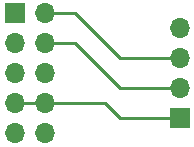
<source format=gbr>
G04 #@! TF.GenerationSoftware,KiCad,Pcbnew,(5.1.5)-2*
G04 #@! TF.CreationDate,2019-12-06T13:47:24+11:00*
G04 #@! TF.ProjectId,SWD-Breakout,5357442d-4272-4656-916b-6f75742e6b69,rev?*
G04 #@! TF.SameCoordinates,Original*
G04 #@! TF.FileFunction,Copper,L1,Top*
G04 #@! TF.FilePolarity,Positive*
%FSLAX46Y46*%
G04 Gerber Fmt 4.6, Leading zero omitted, Abs format (unit mm)*
G04 Created by KiCad (PCBNEW (5.1.5)-2) date 2019-12-06 13:47:24*
%MOMM*%
%LPD*%
G04 APERTURE LIST*
%ADD10O,1.700000X1.700000*%
%ADD11R,1.700000X1.700000*%
%ADD12C,0.250000*%
G04 APERTURE END LIST*
D10*
X149860000Y-77470000D03*
X149860000Y-80010000D03*
X149860000Y-82550000D03*
D11*
X149860000Y-85090000D03*
D10*
X138430000Y-86360000D03*
X135890000Y-86360000D03*
X138430000Y-83820000D03*
X135890000Y-83820000D03*
X138430000Y-81280000D03*
X135890000Y-81280000D03*
X138430000Y-78740000D03*
X135890000Y-78740000D03*
X138430000Y-76200000D03*
D11*
X135890000Y-76200000D03*
D12*
X149860000Y-85090000D02*
X144780000Y-85090000D01*
X143510000Y-83820000D02*
X135890000Y-83820000D01*
X144780000Y-85090000D02*
X143510000Y-83820000D01*
X138430000Y-78740000D02*
X140970000Y-78740000D01*
X144780000Y-82550000D02*
X149860000Y-82550000D01*
X140970000Y-78740000D02*
X144780000Y-82550000D01*
X138430000Y-76200000D02*
X140970000Y-76200000D01*
X144780000Y-80010000D02*
X149860000Y-80010000D01*
X140970000Y-76200000D02*
X144780000Y-80010000D01*
M02*

</source>
